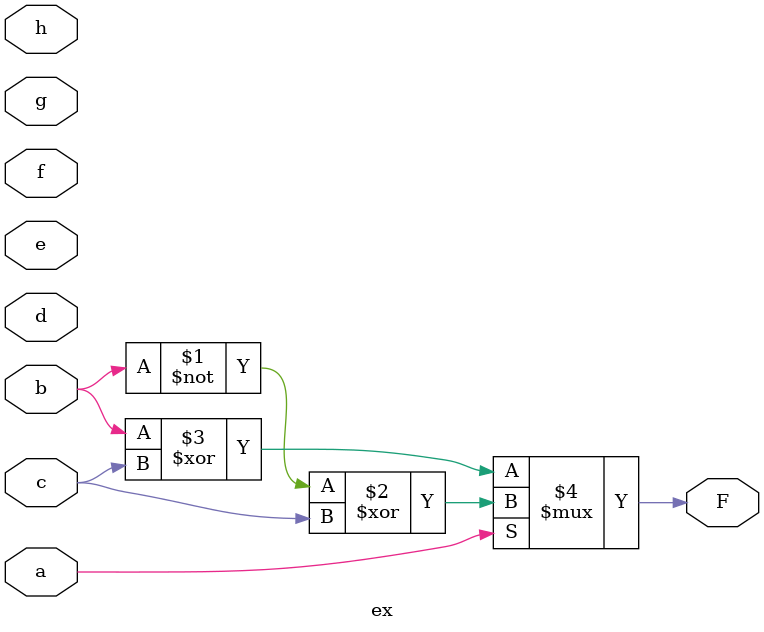
<source format=v>

module ex ( 
    a, b, c, d, e, f, g, h,
    F  );
  input  a, b, c, d, e, f, g, h;
  output F;
  assign F = a ? (~b ^ c) : (b ^ c);
endmodule



</source>
